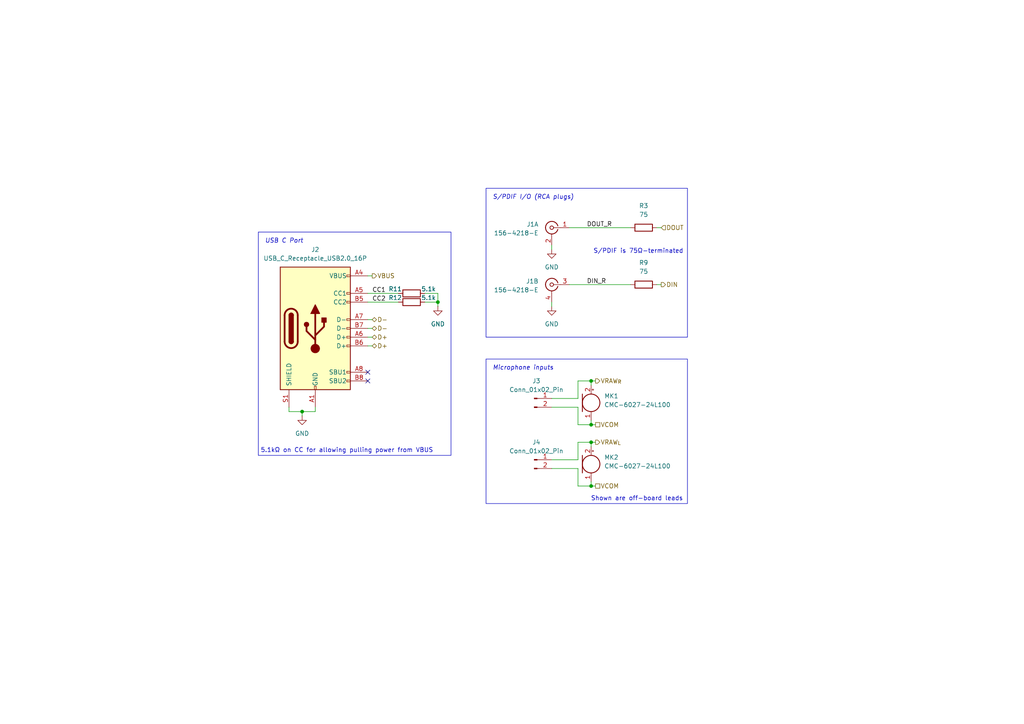
<source format=kicad_sch>
(kicad_sch (version 20231120) (generator "eeschema") (generator_version "8.0")
  (paper "A4")
  (title_block (title "Connectors") (date "2024-09-15") (rev "1") (company "Tachyon PCBAs") (comment 1 "first try surely") (comment 2 "USB, S/PDIF Coax, Analog in"))
  (lib_symbols
    (symbol "Connector:Conn_01x02_Pin" (pin_names (offset 1.016) hide)
      (property "Reference" "J" (at 0 2.54 0))
      (property "Value" "Conn_01x02_Pin" (at 0 -5.08 0))
      (symbol "Conn_01x02_Pin_1_1"
        (polyline (pts (xy 1.27 -2.54) (xy 0.8636 -2.54)) (stroke (width 0.1524)))
        (polyline (pts (xy 1.27 0) (xy 0.8636 0)) (stroke (width 0.1524)))
        (rectangle (start 0.8636 -2.413) (end 0 -2.667) (stroke (width 0.1524)) (fill (type outline)))
        (rectangle (start 0.8636 0.127) (end 0 -0.127) (stroke (width 0.1524)) (fill (type outline)))
        (pin passive line (at 5.08 0 180) (length 3.81) (name "Pin_1") (number "1"))
        (pin passive line (at 5.08 -2.54 180) (length 3.81) (name "Pin_2") (number "2"))
      )
    )
    (symbol "Connector:Conn_Coaxial_x2_Isolated" (pin_names (offset 1.016) hide)
      (property "Reference" "J" (at 0.254 3.048 0))
      (property "Value" "Conn_Coaxial_x2_Isolated" (at 2.921 0 90))
      (symbol "Conn_Coaxial_x2_Isolated_0_1"
        (arc (start -1.778 -0.508) (mid 0.2311 -1.8066) (end 1.778 0) (stroke (width 0.254)))
        (polyline (pts (xy -2.54 0) (xy -0.508 0)))
        (polyline (pts (xy 0 -2.54) (xy 0 -1.778)))
        (circle (center 0 0) (radius 0.508) (stroke (width 0.2032)))
        (arc (start 1.778 0) (mid 0.2099 1.8101) (end -1.778 0.508) (stroke (width 0.254)))
      )
      (symbol "Conn_Coaxial_x2_Isolated_1_1"
        (pin passive line (at -5.08 0 0) (length 2.54) (name "In1") (number "1"))
        (pin passive line (at 0 -5.08 90) (length 2.54) (name "Ext1") (number "2"))
      )
      (symbol "Conn_Coaxial_x2_Isolated_2_1"
        (pin passive line (at -5.08 0 0) (length 2.54) (name "In2") (number "3"))
        (pin passive line (at 0 -5.08 90) (length 2.54) (name "Ext2") (number "4"))
      )
    )
    (symbol "Connector:USB_C_Receptacle_USB2.0_16P" (pin_names (offset 1.016))
      (property "Reference" "J" (at 0 22.225 0))
      (property "Value" "USB_C_Receptacle_USB2.0_16P" (at 0 19.685 0))
      (symbol "USB_C_Receptacle_USB2.0_16P_0_0"
        (rectangle (start -0.254 -17.78) (end 0.254 -16.764))
        (rectangle (start 10.16 -14.986) (end 9.144 -15.494))
        (rectangle (start 10.16 -12.446) (end 9.144 -12.954))
        (rectangle (start 10.16 -4.826) (end 9.144 -5.334))
        (rectangle (start 10.16 -2.286) (end 9.144 -2.794))
        (rectangle (start 10.16 0.254) (end 9.144 -0.254))
        (rectangle (start 10.16 2.794) (end 9.144 2.286))
        (rectangle (start 10.16 7.874) (end 9.144 7.366))
        (rectangle (start 10.16 10.414) (end 9.144 9.906))
        (rectangle (start 10.16 15.494) (end 9.144 14.986))
      )
      (symbol "USB_C_Receptacle_USB2.0_16P_0_1"
        (rectangle (start -10.16 17.78) (end 10.16 -17.78) (stroke (width 0.254)) (fill (type background)))
        (arc (start -8.89 -3.81) (mid -6.985 -5.7067) (end -5.08 -3.81) (stroke (width 0.508)))
        (arc (start -7.62 -3.81) (mid -6.985 -4.4423) (end -6.35 -3.81) (stroke (width 0.254)))
        (arc (start -7.62 -3.81) (mid -6.985 -4.4423) (end -6.35 -3.81) (stroke (width 0.254)) (fill (type outline)))
        (rectangle (start -7.62 -3.81) (end -6.35 3.81) (stroke (width 0.254)) (fill (type outline)))
        (arc (start -6.35 3.81) (mid -6.985 4.4423) (end -7.62 3.81) (stroke (width 0.254)))
        (arc (start -6.35 3.81) (mid -6.985 4.4423) (end -7.62 3.81) (stroke (width 0.254)) (fill (type outline)))
        (arc (start -5.08 3.81) (mid -6.985 5.7067) (end -8.89 3.81) (stroke (width 0.508)))
        (circle (center -2.54 1.143) (radius 0.635) (stroke (width 0.254)) (fill (type outline)))
        (circle (center 0 -5.842) (radius 1.27) (fill (type outline)))
        (polyline (pts (xy -8.89 -3.81) (xy -8.89 3.81)) (stroke (width 0.508)))
        (polyline (pts (xy -5.08 3.81) (xy -5.08 -3.81)) (stroke (width 0.508)))
        (polyline (pts (xy 0 -5.842) (xy 0 4.318)) (stroke (width 0.508)))
        (polyline (pts (xy 0 -3.302) (xy -2.54 -0.762) (xy -2.54 0.508)) (stroke (width 0.508)))
        (polyline (pts (xy 0 -2.032) (xy 2.54 0.508) (xy 2.54 1.778)) (stroke (width 0.508)))
        (polyline (pts (xy -1.27 4.318) (xy 0 6.858) (xy 1.27 4.318) (xy -1.27 4.318)) (stroke (width 0.254)) (fill (type outline)))
        (rectangle (start 1.905 1.778) (end 3.175 3.048) (stroke (width 0.254)) (fill (type outline)))
      )
      (symbol "USB_C_Receptacle_USB2.0_16P_1_1"
        (pin passive line (at 0 -22.86 90) (length 5.08) (name "GND") (number "A1"))
        (pin passive line (at 0 -22.86 90) (length 5.08) hide (name "GND") (number "A12"))
        (pin passive line (at 15.24 15.24 180) (length 5.08) (name "VBUS") (number "A4"))
        (pin bidirectional line (at 15.24 10.16 180) (length 5.08) (name "CC1") (number "A5"))
        (pin bidirectional line (at 15.24 -2.54 180) (length 5.08) (name "D+") (number "A6"))
        (pin bidirectional line (at 15.24 2.54 180) (length 5.08) (name "D-") (number "A7"))
        (pin bidirectional line (at 15.24 -12.7 180) (length 5.08) (name "SBU1") (number "A8"))
        (pin passive line (at 15.24 15.24 180) (length 5.08) hide (name "VBUS") (number "A9"))
        (pin passive line (at 0 -22.86 90) (length 5.08) hide (name "GND") (number "B1"))
        (pin passive line (at 0 -22.86 90) (length 5.08) hide (name "GND") (number "B12"))
        (pin passive line (at 15.24 15.24 180) (length 5.08) hide (name "VBUS") (number "B4"))
        (pin bidirectional line (at 15.24 7.62 180) (length 5.08) (name "CC2") (number "B5"))
        (pin bidirectional line (at 15.24 -5.08 180) (length 5.08) (name "D+") (number "B6"))
        (pin bidirectional line (at 15.24 0 180) (length 5.08) (name "D-") (number "B7"))
        (pin bidirectional line (at 15.24 -15.24 180) (length 5.08) (name "SBU2") (number "B8"))
        (pin passive line (at 15.24 15.24 180) (length 5.08) hide (name "VBUS") (number "B9"))
        (pin passive line (at -7.62 -22.86 90) (length 5.08) (name "SHIELD") (number "S1"))
      )
    )
    (symbol "Device:Microphone" (pin_names (offset 0.0254) hide)
      (property "Reference" "MK" (at -3.81 1.27 0))
      (property "Value" "Microphone" (at -3.81 -0.635 0))
      (symbol "Microphone_0_1"
        (polyline (pts (xy -2.54 2.54) (xy -2.54 -2.54)) (stroke (width 0.254)))
        (polyline (pts (xy 0.254 3.81) (xy 0.762 3.81)))
        (polyline (pts (xy 0.508 4.064) (xy 0.508 3.556)))
        (circle (center 0 0) (radius 2.54) (stroke (width 0.254)))
      )
      (symbol "Microphone_1_1"
        (pin passive line (at 0 -5.08 90) (length 2.54) (name "-") (number "1"))
        (pin passive line (at 0 5.08 270) (length 2.54) (name "+") (number "2"))
      )
    )
    (symbol "Device:R" (pin_numbers hide) (pin_names (offset 0))
      (property "Reference" "R" (at 2.032 0 90))
      (property "Value" "R" (at 0 0 90))
      (symbol "R_0_1"
        (rectangle (start -1.016 -2.54) (end 1.016 2.54) (stroke (width 0.254)))
      )
      (symbol "R_1_1"
        (pin passive line (at 0 3.81 270) (length 1.27) (name "~") (number "1"))
        (pin passive line (at 0 -3.81 90) (length 1.27) (name "~") (number "2"))
      )
    )
    (symbol "power:GND" (power) (pin_numbers hide) (pin_names (offset 0) hide)
      (property "Value" "GND" (at 0 -3.81 0))
      (symbol "GND_0_1"
        (polyline (pts (xy 0 0) (xy 0 -1.27) (xy 1.27 -1.27) (xy 0 -2.54) (xy -1.27 -1.27) (xy 0 -1.27)))
      )
      (symbol "GND_1_1"
        (pin power_in line (at 0 0 270) (length 0) (name "~") (number "1"))
      )
    )
  )
  (junction (at 127 87.63))
  (junction (at 171.45 110.49))
  (junction (at 87.63 119.38))
  (junction (at 171.45 140.97))
  (junction (at 171.45 123.19))
  (junction (at 171.45 128.27))
  (no_connect (at 106.68 107.95))
  (no_connect (at 106.68 110.49))
  (wire (pts (xy 106.68 100.33) (xy 107.95 100.33)))
  (wire (pts (xy 127 85.09) (xy 127 87.63)))
  (wire (pts (xy 171.45 110.49) (xy 172.72 110.49)))
  (wire (pts (xy 171.45 128.27) (xy 172.72 128.27)))
  (wire (pts (xy 127 87.63) (xy 127 88.9)))
  (wire (pts (xy 171.45 128.27) (xy 171.45 129.54)))
  (wire (pts (xy 106.68 87.63) (xy 115.57 87.63)))
  (wire (pts (xy 160.02 135.89) (xy 167.64 135.89)))
  (wire (pts (xy 107.95 80.01) (xy 106.68 80.01)))
  (wire (pts (xy 191.77 66.04) (xy 190.5 66.04)))
  (wire (pts (xy 160.02 71.12) (xy 160.02 72.39)))
  (wire (pts (xy 171.45 110.49) (xy 171.45 111.76)))
  (wire (pts (xy 167.64 140.97) (xy 167.64 135.89)))
  (wire (pts (xy 83.82 119.38) (xy 87.63 119.38)))
  (wire (pts (xy 106.68 95.25) (xy 107.95 95.25)))
  (wire (pts (xy 91.44 119.38) (xy 91.44 118.11)))
  (wire (pts (xy 160.02 115.57) (xy 167.64 115.57)))
  (wire (pts (xy 191.77 82.55) (xy 190.5 82.55)))
  (wire (pts (xy 167.64 110.49) (xy 167.64 115.57)))
  (wire (pts (xy 87.63 119.38) (xy 91.44 119.38)))
  (wire (pts (xy 171.45 140.97) (xy 167.64 140.97)))
  (wire (pts (xy 171.45 140.97) (xy 171.45 139.7)))
  (wire (pts (xy 167.64 123.19) (xy 167.64 118.11)))
  (wire (pts (xy 160.02 133.35) (xy 167.64 133.35)))
  (wire (pts (xy 160.02 118.11) (xy 167.64 118.11)))
  (wire (pts (xy 182.88 82.55) (xy 165.1 82.55)))
  (wire (pts (xy 182.88 66.04) (xy 165.1 66.04)))
  (wire (pts (xy 171.45 140.97) (xy 172.72 140.97)))
  (wire (pts (xy 167.64 110.49) (xy 171.45 110.49)))
  (wire (pts (xy 106.68 92.71) (xy 107.95 92.71)))
  (wire (pts (xy 83.82 118.11) (xy 83.82 119.38)))
  (wire (pts (xy 106.68 97.79) (xy 107.95 97.79)))
  (wire (pts (xy 160.02 87.63) (xy 160.02 88.9)))
  (wire (pts (xy 171.45 123.19) (xy 172.72 123.19)))
  (wire (pts (xy 106.68 85.09) (xy 115.57 85.09)))
  (wire (pts (xy 167.64 133.35) (xy 167.64 128.27)))
  (wire (pts (xy 123.19 85.09) (xy 127 85.09)))
  (wire (pts (xy 123.19 87.63) (xy 127 87.63)))
  (wire (pts (xy 171.45 123.19) (xy 167.64 123.19)))
  (wire (pts (xy 171.45 123.19) (xy 171.45 121.92)))
  (wire (pts (xy 167.64 128.27) (xy 171.45 128.27)))
  (wire (pts (xy 87.63 119.38) (xy 87.63 120.65)))
  (rectangle (start 140.97 104.14) (end 199.39 146.05))
  (rectangle (start 140.97 54.61) (end 199.39 97.79))
  (rectangle (start 74.93 67.31) (end 130.81 132.08))
  (text "USB C Port" (at 76.835 69.215 0) (effects (font (size 1.27 1.27) (italic yes)) (justify left top)))
  (text "S/PDIF is 75Ω-terminated" (at 172.085 73.66 0) (effects (font (size 1.27 1.27)) (justify left bottom)))
  (text "Shown are off-board leads" (at 198.12 145.415 0) (effects (font (size 1.27 1.27)) (justify right bottom)))
  (text "Microphone inputs" (at 142.875 106.045 0) (effects (font (size 1.27 1.27) (italic yes)) (justify left top)))
  (text "S/PDIF I/O (RCA plugs)" (at 142.875 56.515 0) (effects (font (size 1.27 1.27) (italic yes)) (justify left top)))
  (text "5.1kΩ on CC for allowing pulling power from VBUS" (at 75.565 131.445 0) (effects (font (size 1.27 1.27)) (justify left bottom)))
  (label "DOUT_R" (at 170.18 66.04 0))
  (label "CC1" (at 107.95 85.09 0))
  (label "DIN_R" (at 170.18 82.55 0))
  (label "CC2" (at 107.95 87.63 0))
  (hierarchical_label "VRAW_{R}" (shape output) (at 172.72 110.49 0))
  (hierarchical_label "VCOM" (shape passive) (at 172.72 123.19 0))
  (hierarchical_label "D-" (shape bidirectional) (at 107.95 95.25 0))
  (hierarchical_label "VCOM" (shape passive) (at 172.72 140.97 0))
  (hierarchical_label "DIN" (shape output) (at 191.77 82.55 0))
  (hierarchical_label "DOUT" (shape input) (at 191.77 66.04 0))
  (hierarchical_label "D+" (shape bidirectional) (at 107.95 100.33 0))
  (hierarchical_label "D-" (shape bidirectional) (at 107.95 92.71 0))
  (hierarchical_label "D+" (shape bidirectional) (at 107.95 97.79 0))
  (hierarchical_label "VRAW_{L}" (shape output) (at 172.72 128.27 0))
  (hierarchical_label "VBUS" (shape output) (at 107.95 80.01 0))
  (symbol (lib_id "power:GND") (at 127 88.9 0) (unit 1)
    (property "Reference" "#PWR020" (effects (hide yes)))
    (property "Value" "GND" (at 127 93.98 0))
    (property "Description" "Power symbol creates a global label with name \"GND\" , ground" (effects (hide yes)))
  )
  (symbol (lib_id "Device:Microphone") (at 171.45 116.84 0) (unit 1) (in_bom no) (on_board no)
    (property "Reference" "MK1" (at 175.26 114.8714 0) (effects (justify left)))
    (property "Value" "CMC-6027-24L100" (at 175.26 117.4114 0) (effects (justify left)))
    (property "Datasheet" "https://www.mouser.com/datasheet/2/670/cmc_6027_24l100-1777217.pdf" (effects (hide yes)))
    (property "Description" "Electret microphone" (effects (hide yes)))
    (property "Mouser Part Number" "490-CMC-6027-24L100" (effects (hide yes)))
  )
  (symbol (lib_id "Connector:Conn_Coaxial_x2_Isolated") (at 160.02 66.04 0) (mirror y) (unit 1)
    (property "Reference" "J1" (at 156.21 65.0631 0) (effects (justify left)))
    (property "Value" "156-4218-E" (at 156.21 67.6031 0) (effects (justify left)))
    (property "Footprint" "binauralmic:1564218E" (effects (hide yes)))
    (property "Description" "coaxial connector (BNC, SMA, SMB, SMC, Cinch/RCA, LEMO, ...)" (effects (hide yes)))
  )
  (symbol (lib_id "Connector:USB_C_Receptacle_USB2.0_16P") (at 91.44 95.25 0) (unit 1)
    (property "Reference" "J2" (at 91.44 72.39 0))
    (property "Value" "USB_C_Receptacle_USB2.0_16P" (at 91.44 74.93 0))
    (property "Footprint" "Connector_USB:USB_C_Receptacle_GCT_USB4105-xx-A_16P_TopMnt_Horizontal" (effects (hide yes)))
    (property "Datasheet" "https://www.usb.org/sites/default/files/documents/usb_type-c.zip" (effects (hide yes)))
    (property "Description" "USB 2.0-only 16P Type-C Receptacle connector" (effects (hide yes)))
  )
  (symbol (lib_id "Connector:Conn_01x02_Pin") (at 154.94 133.35 0) (unit 1) (in_bom no)
    (property "Reference" "J4" (at 155.575 128.27 0))
    (property "Value" "Conn_01x02_Pin" (at 155.575 130.81 0))
    (property "Footprint" "Connector_PinHeader_2.00mm:PinHeader_1x02_P2.00mm_Vertical" (effects (hide yes)))
    (property "Description" "Generic connector, single row, 01x02, script generated" (effects (hide yes)))
  )
  (symbol (lib_id "Device:Microphone") (at 171.45 134.62 0) (unit 1) (in_bom no) (on_board no)
    (property "Reference" "MK2" (at 175.26 132.6514 0) (effects (justify left)))
    (property "Value" "CMC-6027-24L100" (at 175.26 135.1914 0) (effects (justify left)))
    (property "Datasheet" "https://www.mouser.com/datasheet/2/670/cmc_6027_24l100-1777217.pdf" (effects (hide yes)))
    (property "Description" "Electret microphone" (effects (hide yes)))
    (property "Mouser Part Number" "490-CMC-6027-24L100" (effects (hide yes)))
  )
  (symbol (lib_id "power:GND") (at 160.02 88.9 0) (mirror y) (unit 1)
    (property "Reference" "#PWR017" (effects (hide yes)))
    (property "Value" "GND" (at 160.02 93.98 0))
    (property "Description" "Power symbol creates a global label with name \"GND\" , ground" (effects (hide yes)))
  )
  (symbol (lib_id "Device:R") (at 119.38 87.63 90) (unit 1)
    (property "Reference" "R12" (at 116.586 86.36 90) (effects (justify left)))
    (property "Value" "5.1k" (at 122.174 86.36 90) (effects (justify right)))
    (property "Description" "Resistor" (effects (hide yes)))
  )
  (symbol (lib_id "Device:R") (at 119.38 85.09 90) (unit 1)
    (property "Reference" "R11" (at 116.586 83.82 90) (effects (justify left)))
    (property "Value" "5.1k" (at 122.174 83.82 90) (effects (justify right)))
    (property "Description" "Resistor" (effects (hide yes)))
  )
  (symbol (lib_id "power:GND") (at 160.02 72.39 0) (mirror y) (unit 1)
    (property "Reference" "#PWR016" (effects (hide yes)))
    (property "Value" "GND" (at 160.02 77.47 0))
    (property "Description" "Power symbol creates a global label with name \"GND\" , ground" (effects (hide yes)))
  )
  (symbol (lib_id "Connector:Conn_Coaxial_x2_Isolated") (at 160.02 82.55 0) (mirror y) (unit 2)
    (property "Reference" "J1" (at 156.21 81.5731 0) (effects (justify left)))
    (property "Value" "156-4218-E" (at 156.21 84.1131 0) (effects (justify left)))
    (property "Footprint" "binauralmic:1564218E" (effects (hide yes)))
    (property "Description" "coaxial connector (BNC, SMA, SMB, SMC, Cinch/RCA, LEMO, ...)" (effects (hide yes)))
  )
  (symbol (lib_id "power:GND") (at 87.63 120.65 0) (unit 1)
    (property "Reference" "#PWR021" (effects (hide yes)))
    (property "Value" "GND" (at 87.63 125.73 0))
    (property "Description" "Power symbol creates a global label with name \"GND\" , ground" (effects (hide yes)))
  )
  (symbol (lib_id "Connector:Conn_01x02_Pin") (at 154.94 115.57 0) (unit 1) (in_bom no)
    (property "Reference" "J3" (at 155.575 110.49 0))
    (property "Value" "Conn_01x02_Pin" (at 155.575 113.03 0))
    (property "Footprint" "Connector_PinHeader_2.00mm:PinHeader_1x02_P2.00mm_Vertical" (effects (hide yes)))
    (property "Description" "Generic connector, single row, 01x02, script generated" (effects (hide yes)))
  )
  (symbol (lib_id "Device:R") (at 186.69 82.55 270) (mirror x) (unit 1)
    (property "Reference" "R9" (at 186.69 76.2 90))
    (property "Value" "75" (at 186.69 78.74 90))
    (property "Description" "Resistor" (effects (hide yes)))
  )
  (symbol (lib_id "Device:R") (at 186.69 66.04 270) (mirror x) (unit 1)
    (property "Reference" "R3" (at 186.69 59.69 90))
    (property "Value" "75" (at 186.69 62.23 90))
    (property "Description" "Resistor" (effects (hide yes)))
  )
)
</source>
